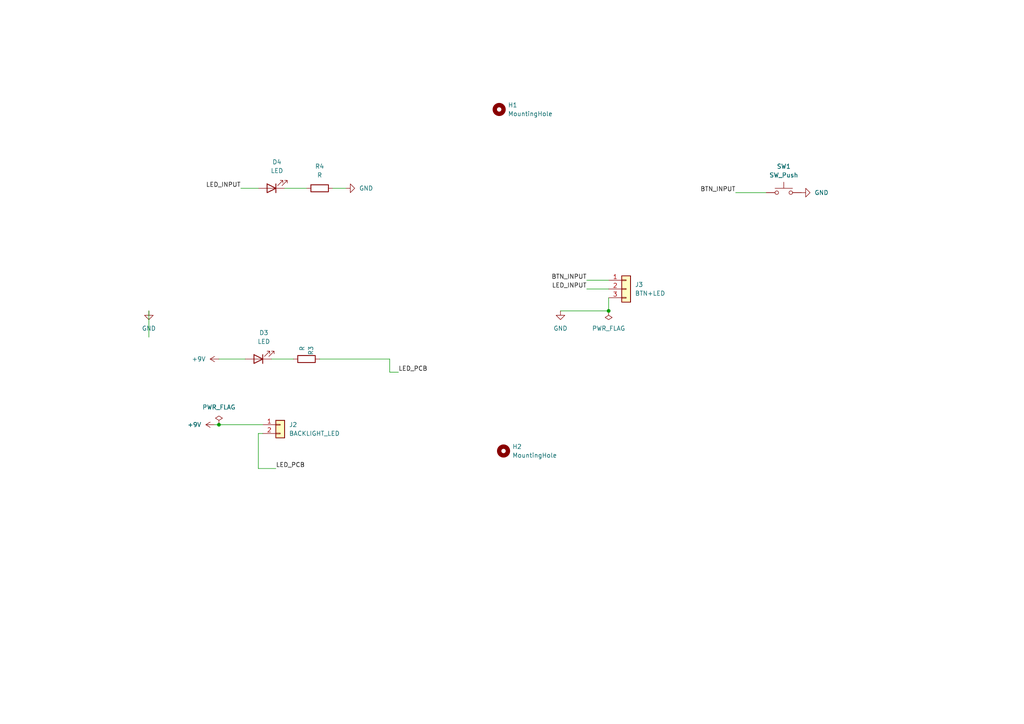
<source format=kicad_sch>
(kicad_sch (version 20230121) (generator eeschema)
  (paper "A4")
  (lib_symbols
    (symbol "Connector_Generic:Conn_01x02" (pin_names (offset 1.016) hide)
      (property "Reference" "J" (at 0 2.54 0))
      (property "Value" "Conn_01x02" (at 0 -5.08 0))
      (symbol "Conn_01x02_1_1"
        (rectangle (start -1.27 -2.413) (end 0 -2.667) (stroke (width 0.1524)))
        (rectangle (start -1.27 0.127) (end 0 -0.127) (stroke (width 0.1524)))
        (rectangle (start -1.27 1.27) (end 1.27 -3.81) (stroke (width 0.254)) (fill (type background)))
        (pin passive line (at -5.08 0 0) (length 3.81) (name "Pin_1") (number "1"))
        (pin passive line (at -5.08 -2.54 0) (length 3.81) (name "Pin_2") (number "2"))
      )
    )
    (symbol "Connector_Generic:Conn_01x03" (pin_names (offset 1.016) hide)
      (property "Reference" "J" (at 0 5.08 0))
      (property "Value" "Conn_01x03" (at 0 -5.08 0))
      (symbol "Conn_01x03_1_1"
        (rectangle (start -1.27 -2.413) (end 0 -2.667) (stroke (width 0.1524)))
        (rectangle (start -1.27 0.127) (end 0 -0.127) (stroke (width 0.1524)))
        (rectangle (start -1.27 2.667) (end 0 2.413) (stroke (width 0.1524)))
        (rectangle (start -1.27 3.81) (end 1.27 -3.81) (stroke (width 0.254)) (fill (type background)))
        (pin passive line (at -5.08 2.54 0) (length 3.81) (name "Pin_1") (number "1"))
        (pin passive line (at -5.08 0 0) (length 3.81) (name "Pin_2") (number "2"))
        (pin passive line (at -5.08 -2.54 0) (length 3.81) (name "Pin_3") (number "3"))
      )
    )
    (symbol "Device:LED" (pin_numbers hide) (pin_names (offset 1.016) hide)
      (property "Reference" "D" (at 0 2.54 0))
      (property "Value" "LED" (at 0 -2.54 0))
      (symbol "LED_0_1"
        (polyline (pts (xy -1.27 -1.27) (xy -1.27 1.27)) (stroke (width 0.254)))
        (polyline (pts (xy -1.27 0) (xy 1.27 0)))
        (polyline (pts (xy 1.27 -1.27) (xy 1.27 1.27) (xy -1.27 0) (xy 1.27 -1.27)) (stroke (width 0.254)))
        (polyline (pts (xy -3.048 -0.762) (xy -4.572 -2.286) (xy -3.81 -2.286) (xy -4.572 -2.286) (xy -4.572 -1.524)))
        (polyline (pts (xy -1.778 -0.762) (xy -3.302 -2.286) (xy -2.54 -2.286) (xy -3.302 -2.286) (xy -3.302 -1.524)))
      )
      (symbol "LED_1_1"
        (pin passive line (at -3.81 0 0) (length 2.54) (name "K") (number "1"))
        (pin passive line (at 3.81 0 180) (length 2.54) (name "A") (number "2"))
      )
    )
    (symbol "Device:R" (pin_numbers hide) (pin_names (offset 0))
      (property "Reference" "R" (at 2.032 0 90))
      (property "Value" "R" (at 0 0 90))
      (symbol "R_0_1"
        (rectangle (start -1.016 -2.54) (end 1.016 2.54) (stroke (width 0.254)))
      )
      (symbol "R_1_1"
        (pin passive line (at 0 3.81 270) (length 1.27) (name "~") (number "1"))
        (pin passive line (at 0 -3.81 90) (length 1.27) (name "~") (number "2"))
      )
    )
    (symbol "Mechanical:MountingHole" (pin_names (offset 1.016))
      (property "Reference" "H" (at 0 5.08 0))
      (property "Value" "MountingHole" (at 0 3.175 0))
      (symbol "MountingHole_0_1"
        (circle (center 0 0) (radius 1.27) (stroke (width 1.27)))
      )
    )
    (symbol "Switch:SW_Push" (pin_numbers hide) (pin_names (offset 1.016) hide)
      (property "Reference" "SW" (at 1.27 2.54 0))
      (property "Value" "SW_Push" (at 0 -1.524 0))
      (symbol "SW_Push_0_1"
        (circle (center -2.032 0) (radius 0.508))
        (polyline (pts (xy 0 1.27) (xy 0 3.048)))
        (polyline (pts (xy 2.54 1.27) (xy -2.54 1.27)))
        (circle (center 2.032 0) (radius 0.508))
        (pin passive line (at -5.08 0 0) (length 2.54) (name "1") (number "1"))
        (pin passive line (at 5.08 0 180) (length 2.54) (name "2") (number "2"))
      )
    )
    (symbol "power:+9V" (power) (pin_names (offset 0))
      (property "Value" "+9V" (at 0 3.556 0))
      (symbol "+9V_0_1"
        (polyline (pts (xy -0.762 1.27) (xy 0 2.54)))
        (polyline (pts (xy 0 0) (xy 0 2.54)))
        (polyline (pts (xy 0 2.54) (xy 0.762 1.27)))
      )
      (symbol "+9V_1_1"
        (pin power_in line (at 0 0 90) (length 0) hide (name "+9V") (number "1"))
      )
    )
    (symbol "power:GND" (power) (pin_names (offset 0))
      (property "Value" "GND" (at 0 -3.81 0))
      (symbol "GND_0_1"
        (polyline (pts (xy 0 0) (xy 0 -1.27) (xy 1.27 -1.27) (xy 0 -2.54) (xy -1.27 -1.27) (xy 0 -1.27)))
      )
      (symbol "GND_1_1"
        (pin power_in line (at 0 0 270) (length 0) hide (name "GND") (number "1"))
      )
    )
    (symbol "power:PWR_FLAG" (power) (pin_numbers hide) (pin_names (offset 0) hide)
      (property "Value" "PWR_FLAG" (at 0 3.81 0))
      (symbol "PWR_FLAG_0_0"
        (pin power_out line (at 0 0 90) (length 0) (name "pwr") (number "1"))
      )
      (symbol "PWR_FLAG_0_1"
        (polyline (pts (xy 0 0) (xy 0 1.27) (xy -1.016 1.905) (xy 0 2.54) (xy 1.016 1.905) (xy 0 1.27)))
      )
    )
  )
  (junction (at 63.5 123.19))
  (junction (at 176.53 90.17))
  (wire (pts (xy 96.52 54.61) (xy 100.33 54.61)))
  (wire (pts (xy 176.53 90.17) (xy 176.53 86.36)))
  (wire (pts (xy 92.71 104.14) (xy 113.03 104.14)))
  (wire (pts (xy 162.56 90.17) (xy 176.53 90.17)))
  (wire (pts (xy 74.93 125.73) (xy 76.2 125.73)))
  (wire (pts (xy 113.03 107.95) (xy 115.57 107.95)))
  (wire (pts (xy 113.03 104.14) (xy 113.03 107.95)))
  (wire (pts (xy 170.18 81.28) (xy 176.53 81.28)))
  (wire (pts (xy 62.23 123.19) (xy 63.5 123.19)))
  (wire (pts (xy 213.36 55.88) (xy 222.25 55.88)))
  (wire (pts (xy 170.18 83.82) (xy 176.53 83.82)))
  (wire (pts (xy 63.5 104.14) (xy 71.12 104.14)))
  (wire (pts (xy 69.85 54.61) (xy 74.93 54.61)))
  (wire (pts (xy 78.74 104.14) (xy 85.09 104.14)))
  (wire (pts (xy 74.93 125.73) (xy 74.93 135.89)))
  (wire (pts (xy 63.5 123.19) (xy 76.2 123.19)))
  (wire (pts (xy 82.55 54.61) (xy 88.9 54.61)))
  (wire (pts (xy 74.93 135.89) (xy 80.01 135.89)))
  (wire (pts (xy 43.18 97.79) (xy 43.18 90.17)))
  (label "LED_PCB" (at 80.01 135.89 0))
  (label "BTN_INPUT" (at 170.18 81.28 180))
  (label "LED_INPUT" (at 69.85 54.61 180))
  (label "LED_PCB" (at 115.57 107.95 0))
  (label "LED_INPUT" (at 170.18 83.82 180))
  (label "BTN_INPUT" (at 213.36 55.88 180))
  (symbol (lib_id "Device:LED") (at 78.74 54.61 180) (unit 1)
    (property "Reference" "D4" (at 80.3275 46.99 0))
    (property "Value" "LED" (at 80.3275 49.53 0))
    (property "Footprint" "LED_THT:LED_D3.0mm" (effects hide))
  )
  (symbol (lib_id "Device:R") (at 92.71 54.61 90) (unit 1)
    (property "Reference" "R4" (at 92.71 48.26 90))
    (property "Value" "R" (at 92.71 50.8 90))
    (property "Footprint" "Resistor_THT:R_Axial_DIN0207_L6.3mm_D2.5mm_P7.62mm_Horizontal" (effects hide))
  )
  (symbol (lib_id "Mechanical:MountingHole") (at 144.78 31.75 0) (unit 1)
    (property "Reference" "H1" (at 147.32 30.48 0) (effects (justify left)))
    (property "Value" "MountingHole" (at 147.32 33.02 0) (effects (justify left)))
    (property "Footprint" "MountingHole:MountingHole_2.2mm_M2_DIN965_Pad_TopBottom" (effects hide))
  )
  (symbol (lib_id "Connector_Generic:Conn_01x02") (at 81.28 123.19 0) (unit 1)
    (property "Reference" "J2" (at 83.82 123.19 0) (effects (justify left)))
    (property "Value" "BACKLIGHT_LED" (at 83.82 125.73 0) (effects (justify left)))
    (property "Footprint" "Connector_JST:JST_EH_B2B-EH-A_1x02_P2.50mm_Vertical" (effects hide))
  )
  (symbol (lib_id "power:GND") (at 43.18 90.17 0) (unit 1)
    (property "Reference" "#PWR01" (effects hide))
    (property "Value" "GND" (at 43.18 95.25 0))
  )
  (symbol (lib_id "Mechanical:MountingHole") (at 146.05 130.81 0) (unit 1)
    (property "Reference" "H2" (at 148.59 129.54 0) (effects (justify left)))
    (property "Value" "MountingHole" (at 148.59 132.08 0) (effects (justify left)))
    (property "Footprint" "MountingHole:MountingHole_2.2mm_M2_DIN965_Pad_TopBottom" (effects hide))
  )
  (symbol (lib_id "Connector_Generic:Conn_01x03") (at 181.61 83.82 0) (unit 1)
    (property "Reference" "J3" (at 184.15 82.55 0) (effects (justify left)))
    (property "Value" "BTN+LED" (at 184.15 85.09 0) (effects (justify left)))
    (property "Footprint" "Connector_JST:JST_EH_B3B-EH-A_1x03_P2.50mm_Vertical" (effects hide))
  )
  (symbol (lib_id "power:+9V") (at 62.23 123.19 90) (unit 1)
    (property "Reference" "#PWR02" (effects hide))
    (property "Value" "+9V" (at 58.42 123.19 90) (effects (justify left)))
  )
  (symbol (lib_id "power:GND") (at 162.56 90.17 0) (unit 1)
    (property "Reference" "#PWR07" (effects hide))
    (property "Value" "GND" (at 162.56 95.25 0))
  )
  (symbol (lib_id "Device:R") (at 88.9 104.14 270) (unit 1)
    (property "Reference" "R3" (at 90.17 100.33 0) (effects (justify left)))
    (property "Value" "R" (at 87.63 100.33 0) (effects (justify left)))
    (property "Footprint" "Resistor_THT:R_Axial_DIN0207_L6.3mm_D2.5mm_P7.62mm_Horizontal" (effects hide))
  )
  (symbol (lib_id "power:+9V") (at 63.5 104.14 90) (unit 1)
    (property "Reference" "#PWR03" (effects hide))
    (property "Value" "+9V" (at 59.69 104.14 90) (effects (justify left)))
  )
  (symbol (lib_id "Switch:SW_Push") (at 227.33 55.88 0) (unit 1)
    (property "Reference" "SW1" (at 227.33 48.26 0))
    (property "Value" "SW_Push" (at 227.33 50.8 0))
    (property "Footprint" "Button_Switch_THT:SW_PUSH_1P1T_6x3.5mm_H4.3_APEM_MJTP1243" (effects hide))
  )
  (symbol (lib_id "power:GND") (at 232.41 55.88 90) (unit 1)
    (property "Reference" "#PWR08" (effects hide))
    (property "Value" "GND" (at 236.22 55.88 90) (effects (justify right)))
  )
  (symbol (lib_id "power:GND") (at 100.33 54.61 90) (unit 1)
    (property "Reference" "#PWR05" (effects hide))
    (property "Value" "GND" (at 104.14 54.61 90) (effects (justify right)))
  )
  (symbol (lib_id "power:PWR_FLAG") (at 176.53 90.17 180) (unit 1)
    (property "Reference" "#FLG02" (effects hide))
    (property "Value" "PWR_FLAG" (at 176.53 95.25 0))
  )
  (symbol (lib_id "power:PWR_FLAG") (at 63.5 123.19 0) (unit 1)
    (property "Reference" "#FLG01" (effects hide))
    (property "Value" "PWR_FLAG" (at 63.5 118.11 0))
  )
  (symbol (lib_id "Device:LED") (at 74.93 104.14 180) (unit 1)
    (property "Reference" "D3" (at 76.5175 96.52 0))
    (property "Value" "LED" (at 76.5175 99.06 0))
    (property "Footprint" "LED_THT:LED_D3.0mm" (effects hide))
  )
)
</source>
